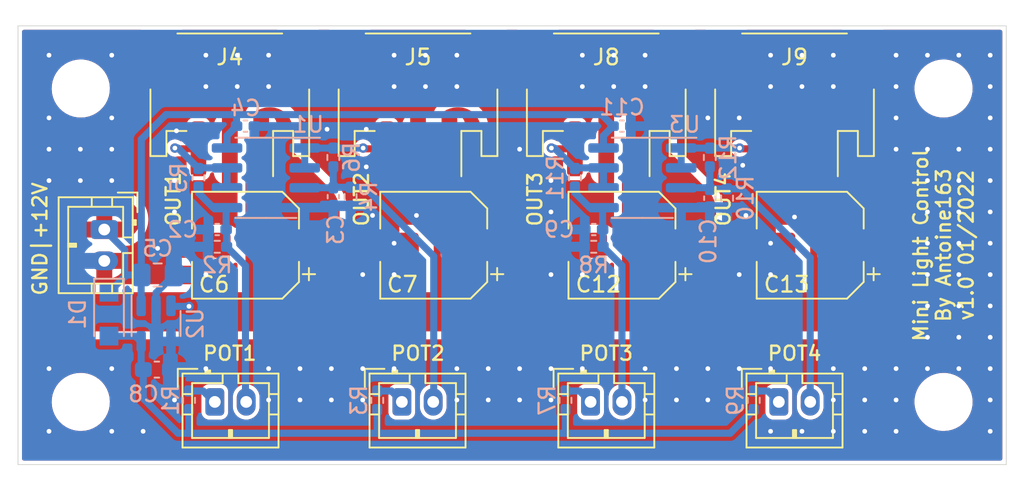
<source format=kicad_pcb>
(kicad_pcb (version 20240108) (generator "pcbnew") (generator_version "8.0")
  (title_block (title "Mini Light Control") (date "2022-01-04") (rev "v1.0") (company "Antoine163"))
  (layers (0 "F.Cu" signal) (31 "B.Cu" signal) (34 "B.Paste" user) (35 "F.Paste" user) (36 "B.SilkS" user "B.Silkscreen") (37 "F.SilkS" user "F.Silkscreen") (38 "B.Mask" user) (39 "F.Mask" user) (44 "Edge.Cuts" user))
  (net 0 "")
  (net 1 "GND")
  (net 2 "Net-(C2-Pad1)")
  (net 3 "Net-(C3-Pad1)")
  (net 4 "Net-(C9-Pad1)")
  (net 5 "Net-(C10-Pad1)")
  (net 6 "+12V")
  (net 7 "Net-(R1-Pad1)")
  (net 8 "Net-(R3-Pad1)")
  (net 9 "Net-(J4-Pad3)")
  (net 10 "Net-(J5-Pad3)")
  (net 11 "Net-(R7-Pad1)")
  (net 12 "Net-(R9-Pad1)")
  (net 13 "Net-(J8-Pad3)")
  (net 14 "Net-(J9-Pad3)")
  (net 15 "+5V")
  (footprint "Capacitor_SMD:CP_Elec_6.3x7.7" (layer "F.Cu") (at 139 49 180)
    (property "Reference" "C12" (at 1.5 -2.5 0) (layer "F.SilkS"))
    (property "Value" "100uF")
    (pad "1" smd roundrect (at -2.7 0 180) (size 3.5 1.6) (layers "F.Cu" "F.Paste" "F.Mask") (roundrect_rratio 0.15625) (net 6 "+12V"))
    (pad "2" smd roundrect (at 2.7 0 180) (size 3.5 1.6) (layers "F.Cu" "F.Paste" "F.Mask") (roundrect_rratio 0.15625) (net 1 "GND") (thermal_bridge_width 1.016))
  )
  (footprint "Capacitor_SMD:CP_Elec_6.3x7.7" (layer "F.Cu") (at 151 49 180)
    (property "Reference" "C13" (at 1.5 -2.5 0) (layer "F.SilkS"))
    (property "Value" "100uF")
    (pad "1" smd roundrect (at -2.7 0 180) (size 3.5 1.6) (layers "F.Cu" "F.Paste" "F.Mask") (roundrect_rratio 0.15625) (net 6 "+12V"))
    (pad "2" smd roundrect (at 2.7 0 180) (size 3.5 1.6) (layers "F.Cu" "F.Paste" "F.Mask") (roundrect_rratio 0.15625) (net 1 "GND") (thermal_bridge_width 1.016))
  )
  (footprint "Connector_JST:JST_PH_B2B-PH-K_1x02_P2.00mm_Vertical" (layer "F.Cu") (at 149 59)
    (property "Reference" "J7" (hide yes))
    (property "Value" "Conn_01x02")
    (pad "1" thru_hole roundrect (at 0 0) (size 1.2 1.75) (drill 0.75) (layers "*.Cu" "*.Mask") (roundrect_rratio 0.2083333333) (net 12 "Net-(R9-Pad1)"))
    (pad "2" thru_hole oval (at 2 0) (size 1.2 1.75) (drill 0.75) (layers "*.Cu" "*.Mask") (net 5 "Net-(C10-Pad1)"))
  )
  (footprint "MountingHole:MountingHole_3.2mm_M3" (layer "F.Cu") (at 159.5 59)
    (property "Reference" "H1" (hide yes))
    (property "Value" "MountingHole")
    (pad "" np_thru_hole circle (at 0 0) (size 3.2 3.2) (drill 3.2) (layers "*.Cu" "*.Mask"))
  )
  (footprint "MountingHole:MountingHole_3.2mm_M3" (layer "F.Cu") (at 159.5 39)
    (property "Reference" "H4" (hide yes))
    (property "Value" "MountingHole")
    (pad "" np_thru_hole circle (at 0 0) (size 3.2 3.2) (drill 3.2) (layers "*.Cu" "*.Mask"))
  )
  (footprint "Connector_JST:JST_PH_B2B-PH-K_1x02_P2.00mm_Vertical" (layer "F.Cu") (at 124.968 59)
    (property "Reference" "J3" (hide yes))
    (property "Value" "Conn_01x02")
    (pad "1" thru_hole roundrect (at 0 0) (size 1.2 1.75) (drill 0.75) (layers "*.Cu" "*.Mask") (roundrect_rratio 0.2083333333) (net 8 "Net-(R3-Pad1)"))
    (pad "2" thru_hole oval (at 2 0) (size 1.2 1.75) (drill 0.75) (layers "*.Cu" "*.Mask") (net 3 "Net-(C3-Pad1)"))
  )
  (footprint "Capacitor_SMD:CP_Elec_6.3x7.7" (layer "F.Cu") (at 127 49 180)
    (property "Reference" "C7" (at 2 -2.5 0) (layer "F.SilkS"))
    (property "Value" "100uF")
    (pad "1" smd roundrect (at -2.7 0 180) (size 3.5 1.6) (layers "F.Cu" "F.Paste" "F.Mask") (roundrect_rratio 0.15625) (net 6 "+12V"))
    (pad "2" smd roundrect (at 2.7 0 180) (size 3.5 1.6) (layers "F.Cu" "F.Paste" "F.Mask") (roundrect_rratio 0.15625) (net 1 "GND") (thermal_bridge_width 1.016))
  )
  (footprint "MountingHole:MountingHole_3.2mm_M3" (layer "F.Cu") (at 104.5 39)
    (property "Reference" "H3" (hide yes))
    (property "Value" "MountingHole")
    (pad "" np_thru_hole circle (at 0 0) (size 3.2 3.2) (drill 3.2) (layers "*.Cu" "*.Mask"))
  )
  (footprint "Connector_JST:JST_PH_S3B-PH-SM4-TB_1x03-1MP_P2.00mm_Horizontal" (layer "F.Cu") (at 114 40 180)
    (property "Reference" "J4" (at 0 3 0) (layer "F.SilkS"))
    (property "Value" "Conn_01x03")
    (pad "1" smd roundrect (at -2 -2.85 180) (size 1 3.5) (layers "F.Cu" "F.Paste" "F.Mask") (net 6 "+12V"))
    (pad "2" smd roundrect (at 0 -2.85 180) (size 1 3.5) (layers "F.Cu" "F.Paste" "F.Mask") (net 1 "GND") (thermal_bridge_width 1.016))
    (pad "3" smd roundrect (at 2 -2.85 180) (size 1 3.5) (layers "F.Cu" "F.Paste" "F.Mask") (net 9 "Net-(J4-Pad3)"))
    (pad "MP" smd roundrect (at -4.35 2.9 180) (size 1.5 3.4) (layers "F.Cu" "F.Paste" "F.Mask") (roundrect_rratio 0.1666673333) (net 1 "GND"))
    (pad "MP" smd roundrect (at 4.35 2.9 180) (size 1.5 3.4) (layers "F.Cu" "F.Paste" "F.Mask") (roundrect_rratio 0.1666673333) (net 1 "GND"))
  )
  (footprint "Connector_JST:JST_PH_B2B-PH-K_1x02_P2.00mm_Vertical" (layer "F.Cu") (at 137 59)
    (property "Reference" "J6" (hide yes))
    (property "Value" "Conn_01x02")
    (pad "1" thru_hole roundrect (at 0 0) (size 1.2 1.75) (drill 0.75) (layers "*.Cu" "*.Mask") (roundrect_rratio 0.2083333333) (net 11 "Net-(R7-Pad1)"))
    (pad "2" thru_hole oval (at 2 0) (size 1.2 1.75) (drill 0.75) (layers "*.Cu" "*.Mask") (net 4 "Net-(C9-Pad1)"))
  )
  (footprint "Connector_JST:JST_PH_B2B-PH-K_1x02_P2.00mm_Vertical" (layer "F.Cu") (at 113.046 59)
    (property "Reference" "J2" (hide yes))
    (property "Value" "Conn_01x02")
    (pad "1" thru_hole roundrect (at 0 0) (size 1.2 1.75) (drill 0.75) (layers "*.Cu" "*.Mask") (roundrect_rratio 0.2083333333) (net 7 "Net-(R1-Pad1)"))
    (pad "2" thru_hole oval (at 2 0) (size 1.2 1.75) (drill 0.75) (layers "*.Cu" "*.Mask") (net 2 "Net-(C2-Pad1)"))
  )
  (footprint "Capacitor_SMD:CP_Elec_6.3x7.7" (layer "F.Cu") (at 115 49 180)
    (property "Reference" "C6" (at 2 -2.5 0) (layer "F.SilkS"))
    (property "Value" "100uF")
    (pad "1" smd roundrect (at -2.7 0 180) (size 3.5 1.6) (layers "F.Cu" "F.Paste" "F.Mask") (roundrect_rratio 0.15625) (net 6 "+12V"))
    (pad "2" smd roundrect (at 2.7 0 180) (size 3.5 1.6) (layers "F.Cu" "F.Paste" "F.Mask") (roundrect_rratio 0.15625) (net 1 "GND") (thermal_bridge_width 1.016))
  )
  (footprint "Connector_JST:JST_PH_S3B-PH-SM4-TB_1x03-1MP_P2.00mm_Horizontal" (layer "F.Cu") (at 138 40 180)
    (property "Reference" "J8" (at 0 3 0) (layer "F.SilkS"))
    (property "Value" "Conn_01x03")
    (pad "1" smd roundrect (at -2 -2.85 180) (size 1 3.5) (layers "F.Cu" "F.Paste" "F.Mask") (net 6 "+12V"))
    (pad "2" smd roundrect (at 0 -2.85 180) (size 1 3.5) (layers "F.Cu" "F.Paste" "F.Mask") (net 1 "GND") (thermal_bridge_width 1.016))
    (pad "3" smd roundrect (at 2 -2.85 180) (size 1 3.5) (layers "F.Cu" "F.Paste" "F.Mask") (net 13 "Net-(J8-Pad3)"))
    (pad "MP" smd roundrect (at -4.35 2.9 180) (size 1.5 3.4) (layers "F.Cu" "F.Paste" "F.Mask") (roundrect_rratio 0.1666673333) (net 1 "GND"))
    (pad "MP" smd roundrect (at 4.35 2.9 180) (size 1.5 3.4) (layers "F.Cu" "F.Paste" "F.Mask") (roundrect_rratio 0.1666673333) (net 1 "GND"))
  )
  (footprint "MountingHole:MountingHole_3.2mm_M3" (layer "F.Cu") (at 104.5 59)
    (property "Reference" "H2" (hide yes))
    (property "Value" "MountingHole")
    (pad "" np_thru_hole circle (at 0 0) (size 3.2 3.2) (drill 3.2) (layers "*.Cu" "*.Mask"))
  )
  (footprint "Connector_JST:JST_PH_B2B-PH-K_1x02_P2.00mm_Vertical" (layer "F.Cu") (at 106 48 -90)
    (property "Reference" "J1" (hide yes))
    (property "Value" "Conn_01x02")
    (pad "1" thru_hole roundrect (at 0 0 270) (size 1.2 1.75) (drill 0.75) (layers "*.Cu" "*.Mask") (roundrect_rratio 0.2083333333) (net 6 "+12V"))
    (pad "2" thru_hole oval (at 2 0 270) (size 1.2 1.75) (drill 0.75) (layers "*.Cu" "*.Mask") (net 1 "GND"))
  )
  (footprint "Connector_JST:JST_PH_S3B-PH-SM4-TB_1x03-1MP_P2.00mm_Horizontal" (layer "F.Cu") (at 150 40 180)
    (property "Reference" "J9" (at 0 3 0) (layer "F.SilkS"))
    (property "Value" "Conn_01x03")
    (pad "1" smd roundrect (at -2 -2.85 180) (size 1 3.5) (layers "F.Cu" "F.Paste" "F.Mask") (net 6 "+12V"))
    (pad "2" smd roundrect (at 0 -2.85 180) (size 1 3.5) (layers "F.Cu" "F.Paste" "F.Mask") (net 1 "GND") (thermal_bridge_width 1.016))
    (pad "3" smd roundrect (at 2 -2.85 180) (size 1 3.5) (layers "F.Cu" "F.Paste" "F.Mask") (net 14 "Net-(J9-Pad3)"))
    (pad "MP" smd roundrect (at -4.35 2.9 180) (size 1.5 3.4) (layers "F.Cu" "F.Paste" "F.Mask") (roundrect_rratio 0.1666673333) (net 1 "GND"))
    (pad "MP" smd roundrect (at 4.35 2.9 180) (size 1.5 3.4) (layers "F.Cu" "F.Paste" "F.Mask") (roundrect_rratio 0.1666673333) (net 1 "GND"))
  )
  (footprint "Connector_JST:JST_PH_S3B-PH-SM4-TB_1x03-1MP_P2.00mm_Horizontal" (layer "F.Cu") (at 126 40 180)
    (property "Reference" "J5" (at 0 3 0) (layer "F.SilkS"))
    (property "Value" "Conn_01x03")
    (pad "1" smd roundrect (at -2 -2.85 180) (size 1 3.5) (layers "F.Cu" "F.Paste" "F.Mask") (net 6 "+12V"))
    (pad "2" smd roundrect (at 0 -2.85 180) (size 1 3.5) (layers "F.Cu" "F.Paste" "F.Mask") (net 1 "GND") (thermal_bridge_width 1.016))
    (pad "3" smd roundrect (at 2 -2.85 180) (size 1 3.5) (layers "F.Cu" "F.Paste" "F.Mask") (net 10 "Net-(J5-Pad3)"))
    (pad "MP" smd roundrect (at -4.35 2.9 180) (size 1.5 3.4) (layers "F.Cu" "F.Paste" "F.Mask") (roundrect_rratio 0.1666673333) (net 1 "GND"))
    (pad "MP" smd roundrect (at 4.35 2.9 180) (size 1.5 3.4) (layers "F.Cu" "F.Paste" "F.Mask") (roundrect_rratio 0.1666673333) (net 1 "GND"))
  )
  (footprint "Package_SO:SOIC-8_3.9x4.9mm_P1.27mm" (layer "B.Cu") (at 140.3 44.7 180)
    (property "Reference" "U3" (at -2.7 3.4 0) (layer "B.SilkS") (effects (justify mirror)))
    (property "Value" "LM2904DT")
    (pad "1" smd roundrect (at -2.475 1.905 180) (size 1.95 0.6) (layers "B.Cu" "B.Paste" "B.Mask") (net 14 "Net-(J9-Pad3)"))
    (pad "2" smd roundrect (at -2.475 0.635 180) (size 1.95 0.6) (layers "B.Cu" "B.Paste" "B.Mask") (net 14 "Net-(J9-Pad3)"))
    (pad "3" smd roundrect (at -2.475 -0.635 180) (size 1.95 0.6) (layers "B.Cu" "B.Paste" "B.Mask") (net 5 "Net-(C10-Pad1)"))
    (pad "4" smd roundrect (at -2.475 -1.905 180) (size 1.95 0.6) (layers "B.Cu" "B.Paste" "B.Mask") (net 1 "GND"))
    (pad "5" smd roundrect (at 2.475 -1.905 180) (size 1.95 0.6) (layers "B.Cu" "B.Paste" "B.Mask") (net 4 "Net-(C9-Pad1)"))
    (pad "6" smd roundrect (at 2.475 -0.635 180) (size 1.95 0.6) (layers "B.Cu" "B.Paste" "B.Mask") (net 13 "Net-(J8-Pad3)"))
    (pad "7" smd roundrect (at 2.475 0.635 180) (size 1.95 0.6) (layers "B.Cu" "B.Paste" "B.Mask") (net 13 "Net-(J8-Pad3)"))
    (pad "8" smd roundrect (at 2.475 1.905 180) (size 1.95 0.6) (layers "B.Cu" "B.Paste" "B.Mask") (net 6 "+12V"))
  )
  (footprint "Resistor_SMD:R_0402_1005Metric_Pad0.72x0.64mm_HandSolder" (layer "B.Cu") (at 121.7 45.9 90)
    (property "Reference" "R4" (at 0 1.17 90) (layer "B.SilkS") (effects (justify mirror)))
    (property "Value" "3K")
    (pad "1" smd roundrect (at -0.5975 0 90) (size 0.715 0.64) (layers "B.Cu" "B.Paste" "B.Mask") (net 1 "GND"))
    (pad "2" smd roundrect (at 0.5975 0 90) (size 0.715 0.64) (layers "B.Cu" "B.Paste" "B.Mask") (net 3 "Net-(C3-Pad1)"))
  )
  (footprint "Resistor_SMD:R_0402_1005Metric_Pad0.72x0.64mm_HandSolder" (layer "B.Cu") (at 111.4 58.9 -90)
    (property "Reference" "R1" (at 0 1.17 90) (layer "B.SilkS") (effects (justify mirror)))
    (property "Value" "3K")
    (pad "1" smd roundrect (at -0.5975 0 270) (size 0.715 0.64) (layers "B.Cu" "B.Paste" "B.Mask") (net 7 "Net-(R1-Pad1)"))
    (pad "2" smd roundrect (at 0.5975 0 270) (size 0.715 0.64) (layers "B.Cu" "B.Paste" "B.Mask") (net 15 "+5V"))
  )
  (footprint "Resistor_SMD:R_0402_1005Metric_Pad0.72x0.64mm_HandSolder" (layer "B.Cu") (at 135.4 58.9 -90)
    (property "Reference" "R7" (at 0 1.17 90) (layer "B.SilkS") (effects (justify mirror)))
    (property "Value" "3K")
    (pad "1" smd roundrect (at -0.5975 0 270) (size 0.715 0.64) (layers "B.Cu" "B.Paste" "B.Mask") (net 11 "Net-(R7-Pad1)"))
    (pad "2" smd roundrect (at 0.5975 0 270) (size 0.715 0.64) (layers "B.Cu" "B.Paste" "B.Mask") (net 15 "+5V"))
  )
  (footprint "Resistor_SMD:R_0402_1005Metric_Pad0.72x0.64mm_HandSolder" (layer "B.Cu") (at 137.2 49.1)
    (property "Reference" "R8" (at 0 1.17 0) (layer "B.SilkS") (effects (justify mirror)))
    (property "Value" "3K")
    (pad "1" smd roundrect (at -0.5975 0) (size 0.715 0.64) (layers "B.Cu" "B.Paste" "B.Mask") (net 1 "GND"))
    (pad "2" smd roundrect (at 0.5975 0) (size 0.715 0.64) (layers "B.Cu" "B.Paste" "B.Mask") (net 4 "Net-(C9-Pad1)"))
  )
  (footprint "Resistor_SMD:R_0402_1005Metric_Pad0.72x0.64mm_HandSolder" (layer "B.Cu") (at 145.7 46 90)
    (property "Reference" "R10" (at 0 1.17 90) (layer "B.SilkS") (effects (justify mirror)))
    (property "Value" "3K")
    (pad "1" smd roundrect (at -0.5975 0 90) (size 0.715 0.64) (layers "B.Cu" "B.Paste" "B.Mask") (net 1 "GND"))
    (pad "2" smd roundrect (at 0.5975 0 90) (size 0.715 0.64) (layers "B.Cu" "B.Paste" "B.Mask") (net 5 "Net-(C10-Pad1)"))
  )
  (footprint "Resistor_SMD:R_0402_1005Metric_Pad0.72x0.64mm_HandSolder" (layer "B.Cu") (at 120.6 43.4 90)
    (property "Reference" "R6" (at 0 1.17 90) (layer "B.SilkS") (effects (justify mirror)))
    (property "Value" "nc")
    (pad "1" smd roundrect (at -0.5975 0 90) (size 0.715 0.64) (layers "B.Cu" "B.Paste" "B.Mask") (net 3 "Net-(C3-Pad1)"))
    (pad "2" smd roundrect (at 0.5975 0 90) (size 0.715 0.64) (layers "B.Cu" "B.Paste" "B.Mask") (net 10 "Net-(J5-Pad3)"))
  )
  (footprint "Capacitor_SMD:C_0402_1005Metric_Pad0.74x0.62mm_HandSolder" (layer "B.Cu") (at 144.6 46 -90)
    (property "Reference" "C10" (at 2.75 0.1 90) (layer "B.SilkS") (effects (justify mirror)))
    (property "Value" "100nF")
    (pad "1" smd roundrect (at -0.5675 0 270) (size 0.735 0.62) (layers "B.Cu" "B.Paste" "B.Mask") (net 5 "Net-(C10-Pad1)"))
    (pad "2" smd roundrect (at 0.5675 0 270) (size 0.735 0.62) (layers "B.Cu" "B.Paste" "B.Mask") (net 1 "GND"))
  )
  (footprint "Capacitor_SMD:C_0402_1005Metric_Pad0.74x0.62mm_HandSolder" (layer "B.Cu") (at 139 41.4)
    (property "Reference" "C11" (at 0 -1.2 0) (layer "B.SilkS") (effects (justify mirror)))
    (property "Value" "100nF")
    (pad "1" smd roundrect (at -0.5675 0) (size 0.735 0.62) (layers "B.Cu" "B.Paste" "B.Mask") (net 6 "+12V"))
    (pad "2" smd roundrect (at 0.5675 0) (size 0.735 0.62) (layers "B.Cu" "B.Paste" "B.Mask") (net 1 "GND"))
  )
  (footprint "Capacitor_SMD:C_0402_1005Metric_Pad0.74x0.62mm_HandSolder" (layer "B.Cu") (at 137.2 48 180)
    (property "Reference" "C9" (at 2.2 0 0) (layer "B.SilkS") (effects (justify mirror)))
    (property "Value" "100nF")
    (pad "1" smd roundrect (at -0.5675 0 180) (size 0.735 0.62) (layers "B.Cu" "B.Paste" "B.Mask") (net 4 "Net-(C9-Pad1)"))
    (pad "2" smd roundrect (at 0.5675 0 180) (size 0.735 0.62) (layers "B.Cu" "B.Paste" "B.Mask") (net 1 "GND"))
  )
  (footprint "Capacitor_SMD:C_0603_1608Metric_Pad1.08x0.95mm_HandSolder" (layer "B.Cu") (at 109.350002 56.937501)
    (property "Reference" "C8" (at -0.850002 1.562499 0) (layer "B.SilkS") (effects (justify mirror)))
    (property "Value" "1uF")
    (pad "1" smd roundrect (at -0.8625 0) (size 1.075 0.95) (layers "B.Cu" "B.Paste" "B.Mask") (net 15 "+5V"))
    (pad "2" smd roundrect (at 0.8625 0) (size 1.075 0.95) (layers "B.Cu" "B.Paste" "B.Mask") (net 1 "GND"))
  )
  (footprint "Capacitor_SMD:C_0402_1005Metric_Pad0.74x0.62mm_HandSolder" (layer "B.Cu") (at 120.6 45.9 -90)
    (property "Reference" "C3" (at 2.1 -0.15 90) (layer "B.SilkS") (effects (justify mirror)))
    (property "Value" "100nF")
    (pad "1" smd roundrect (at -0.5675 0 270) (size 0.735 0.62) (layers "B.Cu" "B.Paste" "B.Mask") (net 3 "Net-(C3-Pad1)"))
    (pad "2" smd roundrect (at 0.5675 0 270) (size 0.735 0.62) (layers "B.Cu" "B.Paste" "B.Mask") (net 1 "GND"))
  )
  (footprint "Resistor_SMD:R_0402_1005Metric_Pad0.72x0.64mm_HandSolder" (layer "B.Cu") (at 136 44.7 90)
    (property "Reference" "R11" (at 0 -1.25 90) (layer "B.SilkS") (effects (justify mirror)))
    (property "Value" "nc")
    (pad "1" smd roundrect (at -0.5975 0 90) (size 0.715 0.64) (layers "B.Cu" "B.Paste" "B.Mask") (net 4 "Net-(C9-Pad1)"))
    (pad "2" smd roundrect (at 0.5975 0 90) (size 0.715 0.64) (layers "B.Cu" "B.Paste" "B.Mask") (net 13 "Net-(J8-Pad3)"))
  )
  (footprint "Capacitor_SMD:C_0402_1005Metric_Pad0.74x0.62mm_HandSolder" (layer "B.Cu") (at 115 41.4)
    (property "Reference" "C4" (at 0 -1.15 0) (layer "B.SilkS") (effects (justify mirror)))
    (property "Value" "100nF")
    (pad "1" smd roundrect (at -0.5675 0) (size 0.735 0.62) (layers "B.Cu" "B.Paste" "B.Mask") (net 6 "+12V"))
    (pad "2" smd roundrect (at 0.5675 0) (size 0.735 0.62) (layers "B.Cu" "B.Paste" "B.Mask") (net 1 "GND"))
  )
  (footprint "Package_SO:SOIC-8_3.9x4.9mm_P1.27mm" (layer "B.Cu") (at 116.3 44.7 180)
    (property "Reference" "U1" (at -2.7 3.4 0) (layer "B.SilkS") (effects (justify mirror)))
    (property "Value" "LM2904DT")
    (pad "1" smd roundrect (at -2.475 1.905 180) (size 1.95 0.6) (layers "B.Cu" "B.Paste" "B.Mask") (net 10 "Net-(J5-Pad3)"))
    (pad "2" smd roundrect (at -2.475 0.635 180) (size 1.95 0.6) (layers "B.Cu" "B.Paste" "B.Mask") (net 10 "Net-(J5-Pad3)"))
    (pad "3" smd roundrect (at -2.475 -0.635 180) (size 1.95 0.6) (layers "B.Cu" "B.Paste" "B.Mask") (net 3 "Net-(C3-Pad1)"))
    (pad "4" smd roundrect (at -2.475 -1.905 180) (size 1.95 0.6) (layers "B.Cu" "B.Paste" "B.Mask") (net 1 "GND"))
    (pad "5" smd roundrect (at 2.475 -1.905 180) (size 1.95 0.6) (layers "B.Cu" "B.Paste" "B.Mask") (net 2 "Net-(C2-Pad1)"))
    (pad "6" smd roundrect (at 2.475 -0.635 180) (size 1.95 0.6) (layers "B.Cu" "B.Paste" "B.Mask") (net 9 "Net-(J4-Pad3)"))
    (pad "7" smd roundrect (at 2.475 0.635 180) (size 1.95 0.6) (layers "B.Cu" "B.Paste" "B.Mask") (net 9 "Net-(J4-Pad3)"))
    (pad "8" smd roundrect (at 2.475 1.905 180) (size 1.95 0.6) (layers "B.Cu" "B.Paste" "B.Mask") (net 6 "+12V"))
  )
  (footprint "Resistor_SMD:R_0402_1005Metric_Pad0.72x0.64mm_HandSolder" (layer "B.Cu") (at 144.6 43.4 90)
    (property "Reference" "R12" (at 0 1.17 90) (layer "B.SilkS") (effects (justify mirror)))
    (property "Value" "nc")
    (pad "1" smd roundrect (at -0.5975 0 90) (size 0.715 0.64) (layers "B.Cu" "B.Paste" "B.Mask") (net 5 "Net-(C10-Pad1)"))
    (pad "2" smd roundrect (at 0.5975 0 90) (size 0.715 0.64) (layers "B.Cu" "B.Paste" "B.Mask") (net 14 "Net-(J9-Pad3)"))
  )
  (footprint "Resistor_SMD:R_0402_1005Metric_Pad0.72x0.64mm_HandSolder" (layer "B.Cu") (at 113.2 49.1)
    (property "Reference" "R2" (at 0 1.17 0) (layer "B.SilkS") (effects (justify mirror)))
    (property "Value" "3K")
    (pad "1" smd roundrect (at -0.5975 0) (size 0.715 0.64) (layers "B.Cu" "B.Paste" "B.Mask") (net 1 "GND"))
    (pad "2" smd roundrect (at 0.5975 0) (size 0.715 0.64) (layers "B.Cu" "B.Paste" "B.Mask") (net 2 "Net-(C2-Pad1)"))
  )
  (footprint "Resistor_SMD:R_0402_1005Metric_Pad0.72x0.64mm_HandSolder" (layer "B.Cu") (at 123.4 58.9 -90)
    (property "Reference" "R3" (at 0 1.17 90) (layer "B.SilkS") (effects (justify mirror)))
    (property "Value" "3K")
    (pad "1" smd roundrect (at -0.5975 0 270) (size 0.715 0.64) (layers "B.Cu" "B.Paste" "B.Mask") (net 8 "Net-(R3-Pad1)"))
    (pad "2" smd roundrect (at 0.5975 0 270) (size 0.715 0.64) (layers "B.Cu" "B.Paste" "B.Mask") (net 15 "+5V"))
  )
  (footprint "Resistor_SMD:R_0402_1005Metric_Pad0.72x0.64mm_HandSolder" (layer "B.Cu") (at 147.4 58.9 -90)
    (property "Reference" "R9" (at 0 1.17 90) (layer "B.SilkS") (effects (justify mirror)))
    (property "Value" "3K")
    (pad "1" smd roundrect (at -0.5975 0 270) (size 0.715 0.64) (layers "B.Cu" "B.Paste" "B.Mask") (net 12 "Net-(R9-Pad1)"))
    (pad "2" smd roundrect (at 0.5975 0 270) (size 0.715 0.64) (layers "B.Cu" "B.Paste" "B.Mask") (net 15 "+5V"))
  )
  (footprint "Package_TO_SOT_SMD:SOT-23-5" (layer "B.Cu") (at 109.3 54 -90)
    (property "Reference" "U2" (at 0 -2.5 90) (layer "B.SilkS") (effects (justify mirror)))
    (property "Value" "LDK320M50R")
    (pad "1" smd roundrect (at -1.1375 0.95 270) (size 1.325 0.6) (layers "B.Cu" "B.Paste" "B.Mask") (net 6 "+12V"))
    (pad "2" smd roundrect (at -1.1375 0 270) (size 1.325 0.6) (layers "B.Cu" "B.Paste" "B.Mask") (net 1 "GND"))
    (pad "3" smd roundrect (at -1.1375 -0.95 270) (size 1.325 0.6) (layers "B.Cu" "B.Paste" "B.Mask") (net 6 "+12V"))
    (pad "4" smd roundrect (at 1.1375 -0.95 270) (size 1.325 0.6) (layers "B.Cu" "B.Paste" "B.Mask") (net 1 "GND") (thermal_gap 0.2))
    (pad "5" smd roundrect (at 1.1375 0.95 270) (size 1.325 0.6) (layers "B.Cu" "B.Paste" "B.Mask") (net 15 "+5V"))
  )
  (footprint "Capacitor_SMD:C_0402_1005Metric_Pad0.74x0.62mm_HandSolder" (layer "B.Cu") (at 113.2 48 180)
    (property "Reference" "C2" (at 2.2 0 0) (layer "B.SilkS") (effects (justify mirror)))
    (property "Value" "100nF")
    (pad "1" smd roundrect (at -0.5675 0 180) (size 0.735 0.62) (layers "B.Cu" "B.Paste" "B.Mask") (net 2 "Net-(C2-Pad1)"))
    (pad "2" smd roundrect (at 0.5675 0 180) (size 0.735 0.62) (layers "B.Cu" "B.Paste" "B.Mask") (net 1 "GND"))
  )
  (footprint "Capacitor_SMD:C_0805_2012Metric_Pad1.18x1.45mm_HandSolder" (layer "B.Cu") (at 109.4 50.9)
    (property "Reference" "C5" (at 0 -1.687501 0) (layer "B.SilkS") (effects (justify mirror)))
    (property "Value" "10uF")
    (pad "1" smd roundrect (at -1.0375 0) (size 1.175 1.45) (layers "B.Cu" "B.Paste" "B.Mask") (roundrect_rratio 0.2127659574) (net 6 "+12V"))
    (pad "2" smd roundrect (at 1.0375 0) (size 1.175 1.45) (layers "B.Cu" "B.Paste" "B.Mask") (roundrect_rratio 0.2127659574) (net 1 "GND"))
  )
  (footprint "Diode_SMD:Nexperia_CFP3_SOD-123W" (layer "B.Cu") (at 106.3 53.4 -90)
    (property "Reference" "D1" (at 0 2 90) (layer "B.SilkS") (effects (justify mirror)))
    (property "Value" "PMEG40T10ERX")
    (pad "1" smd rect (at -1.4 0 270) (size 1.2 1.2) (layers "B.Cu" "B.Paste" "B.Mask") (net 6 "+12V"))
    (pad "2" smd rect (at 1.4 0 270) (size 1.2 1.2) (layers "B.Cu" "B.Paste" "B.Mask") (net 15 "+5V"))
  )
  (footprint "Resistor_SMD:R_0402_1005Metric_Pad0.72x0.64mm_HandSolder" (layer "B.Cu") (at 112 44.7 90)
    (property "Reference" "R5" (at 0 -1.25 90) (layer "B.SilkS") (effects (justify mirror)))
    (property "Value" "nc")
    (pad "1" smd roundrect (at -0.5975 0 90) (size 0.715 0.64) (layers "B.Cu" "B.Paste" "B.Mask") (net 2 "Net-(C2-Pad1)"))
    (pad "2" smd roundrect (at 0.5975 0 90) (size 0.715 0.64) (layers "B.Cu" "B.Paste" "B.Mask") (net 9 "Net-(J4-Pad3)"))
  )
  (gr_line (start 163.5 35) (end 163.5 63) (stroke (width 0.05)) (layer "Edge.Cuts"))
  (gr_line (start 163.5 63) (end 100.5 63) (stroke (width 0.05)) (layer "Edge.Cuts"))
  (gr_line (start 100.5 35) (end 163.5 35) (stroke (width 0.05)) (layer "Edge.Cuts"))
  (gr_line (start 100.5 63) (end 100.5 35) (stroke (width 0.05)) (layer "Edge.Cuts"))
  (gr_text "POT1" (at 114 55.9 0) (layer "F.SilkS") (effects (font (size 0.9 0.9) (thickness 0.153))))
  (gr_text "OUT2" (at 122.4 44.25 90) (layer "F.SilkS") (effects (font (size 0.9 0.9) (thickness 0.153)) (justify right)))
  (gr_text "GND|+12V" (at 101.9 48.6 90) (layer "F.SilkS") (effects (font (size 0.9 0.9) (thickness 0.153))))
  (gr_text "POT3" (at 138 55.9 0) (layer "F.SilkS") (effects (font (size 0.9 0.9) (thickness 0.153))))
  (gr_text "POT2" (at 126 55.9 0) (layer "F.SilkS") (effects (font (size 0.9 0.9) (thickness 0.153))))
  (gr_text "OUT4" (at 145.45 44.25 90) (layer "F.SilkS") (effects (font (size 0.9 0.9) (thickness 0.153)) (justify right)))
  (gr_text "POT4" (at 150 55.9 0) (layer "F.SilkS") (effects (font (size 0.9 0.9) (thickness 0.153))))
  (gr_text "OUT3" (at 133.45 44.25 90) (layer "F.SilkS") (effects (font (size 0.9 0.9) (thickness 0.153)) (justify right)))
  (gr_text "Mini Light Control\nBy Antoine163\nv1.0 01/2022" (at 159.5 49 90) (layer "F.SilkS") (effects (font (size 0.9 0.9) (thickness 0.153))))
  (gr_text "OUT1" (at 110.4 44.25 90) (layer "F.SilkS") (effects (font (size 0.9 0.9) (thickness 0.153)) (justify right)))
  (via (at 106.475 40.875) (size 0.6) (drill 0.3) (layers "F.Cu" "B.Cu") (net 1))
  (via (at 116.475 36.875) (size 0.6) (drill 0.3) (layers "F.Cu" "B.Cu") (net 1))
  (via (at 136.475 36.875) (size 0.6) (drill 0.3) (layers "F.Cu" "B.Cu") (net 1))
  (via (at 136.475 50.875) (size 0.6) (drill 0.3) (layers "F.Cu" "B.Cu") (net 1))
  (via (at 146.475 56.875) (size 0.6) (drill 0.3) (layers "F.Cu" "B.Cu") (net 1))
  (via (at 122.475 50.875) (size 0.6) (drill 0.3) (layers "F.Cu" "B.Cu") (net 1))
  (via (at 102.475 44.875) (size 0.6) (drill 0.3) (layers "F.Cu" "B.Cu") (net 1))
  (via (at 140.475 56.875) (size 0.6) (drill 0.3) (layers "F.Cu" "B.Cu") (net 1))
  (via (at 122.475 56.875) (size 0.6) (drill 0.3) (layers "F.Cu" "B.Cu") (net 1))
  (via (at 125.9 47.1) (size 0.6) (drill 0.3) (layers "F.Cu" "B.Cu") (net 1))
  (via (at 128.475 56.875) (size 0.6) (drill 0.3) (layers "F.Cu" "B.Cu") (net 1))
  (via (at 116.475 56.875) (size 0.6) (drill 0.3) (layers "F.Cu" "B.Cu") (net 1))
  (via (at 114.475 38.875) (size 0.6) (drill 0.3) (layers "F.Cu" "B.Cu") (net 1))
  (via (at 108.475 60.875) (size 0.6) (drill 0.3) (layers "F.Cu" "B.Cu") (net 1))
  (via (at 132.475 56.875) (size 0.6) (drill 0.3) (layers "F.Cu" "B.Cu") (net 1))
  (via (at 109.4 49.2) (size 0.6) (drill 0.3) (layers "F.Cu" "B.Cu") (net 1))
  (via (at 160.475 56.875) (size 0.6) (drill 0.3) (layers "F.Cu" "B.Cu") (net 1))
  (via (at 162.475 36.875) (size 0.6) (drill 0.3) (layers "F.Cu" "B.Cu") (net 1))
  (via (at 102.475 56.875) (size 0.6) (drill 0.3) (layers "F.Cu" "B.Cu") (net 1))
  (via (at 160.475 54.875) (size 0.6) (drill 0.3) (layers "F.Cu" "B.Cu") (net 1))
  (via (at 132.475 58.875) (size 0.6) (drill 0.3) (layers "F.Cu" "B.Cu") (net 1))
  (via (at 124.475 56.875) (size 0.6) (drill 0.3) (layers "F.Cu" "B.Cu") (net 1))
  (via (at 128.475 58.875) (size 0.6) (drill 0.3) (layers "F.Cu" "B.Cu") (net 1))
  (via (at 102.475 60.875) (size 0.6) (drill 0.3) (layers "F.Cu" "B.Cu") (net 1))
  (via (at 130.475 56.875) (size 0.6) (drill 0.3) (layers "F.Cu" "B.Cu") (net 1))
  (via (at 162.475 58.875) (size 0.6) (drill 0.3) (layers "F.Cu" "B.Cu") (net 1))
  (via (at 110.475 44.875) (size 0.6) (drill 0.3) (layers "F.Cu" "B.Cu") (net 1))
  (via (at 148.475 36.875) (size 0.6) (drill 0.3) (layers "F.Cu" "B.Cu") (net 1))
  (via (at 106.475 42.875) (size 0.6) (drill 0.3) (layers "F.Cu" "B.Cu") (net 1))
  (via (at 104.475 42.875) (size 0.6) (drill 0.3) (layers "F.Cu" "B.Cu") (net 1))
  (via (at 148.475 38.875) (size 0.6) (drill 0.3) (layers "F.Cu" "B.Cu") (net 1))
  (via (at 162.475 48.875) (size 0.6) (drill 0.3) (layers "F.Cu" "B.Cu") (net 1))
  (via (at 152.475 58.875) (size 0.6) (drill 0.3) (layers "F.Cu" "B.Cu") (net 1))
  (via (at 162.475 38.875) (size 0.6) (drill 0.3) (layers "F.Cu" "B.Cu") (net 1))
  (via (at 156.475 42.875) (size 0.6) (drill 0.3) (layers "F.Cu" "B.Cu") (net 1))
  (via (at 112.475 56.875) (size 0.6) (drill 0.3) (layers "F.Cu" "B.Cu") (net 1))
  (via (at 160.475 52.875) (size 0.6) (drill 0.3) (layers "F.Cu" "B.Cu") (net 1))
  (via (at 102.475 40.875) (size 0.6) (drill 0.3) (layers "F.Cu" "B.Cu") (net 1))
  (via (at 156.475 56.875) (size 0.6) (drill 0.3) (layers "F.Cu" "B.Cu") (net 1))
  (via (at 156.475 38.875) (size 0.6) (drill 0.3) (layers "F.Cu" "B.Cu") (net 1))
  (via (at 122.7 41.6) (size 0.6) (drill 0.3) (layers "F.Cu" "B.Cu") (net 1))
  (via (at 162.475 46.875) (size 0.6) (drill 0.3) (layers "F.Cu" "B.Cu") (net 1))
  (via (at 162.475 54.875) (size 0.6) (drill 0.3) (layers "F.Cu" "B.Cu") (net 1))
  (via (at 126.475 38.875) (size 0.6) (drill 0.3) (layers "F.Cu" "B.Cu") (net 1))
  (via (at 140.475 58.875) (size 0.6) (drill 0.3) (layers "F.Cu" "B.Cu") (net 1))
  (via (at 158.475 48.875) (size 0.6) (drill 0.3) (layers "F.Cu" "B.Cu") (net 1))
  (via (at 148.475 50.875) (size 0.6) (drill 0.3) (layers "F.Cu" "B.Cu") (net 1))
  (via (at 134.475 56.875) (size 0.6) (drill 0.3) (layers "F.Cu" "B.Cu") (net 1))
  (via (at 130.475 58.875) (size 0.6) (drill 0.3) (layers "F.Cu" "B.Cu") (net 1))
  (via (at 160.475 50.875) (size 0.6) (drill 0.3) (layers "F.Cu" "B.Cu") (net 1))
  (via (at 152.475 38.875) (size 0.6) (drill 0.3) (layers "F.Cu" "B.Cu") (net 1))
  (via (at 162.475 40.875) (size 0.6) (drill 0.3) (layers "F.Cu" "B.Cu") (net 1))
  (via (at 142.475 58.875) (size 0.6) (drill 0.3) (layers "F.Cu" "B.Cu") (net 1))
  (via (at 158.475 46.875) (size 0.6) (drill 0.3) (layers "F.Cu" "B.Cu") (net 1))
  (via (at 120.2 41.6) (size 0.6) (drill 0.3) (layers "F.Cu" "B.Cu") (net 1))
  (via (at 162.475 56.875) (size 0.6) (drill 0.3) (layers "F.Cu" "B.Cu") (net 1))
  (via (at 122.475 58.875) (size 0.6) (drill 0.3) (layers "F.Cu" "B.Cu") (net 1))
  (via (at 154.475 60.875) (size 0.6) (drill 0.3) (layers "F.Cu" "B.Cu") (net 1))
  (via (at 150 47.2) (size 0.6) (drill 0.3) (layers "F.Cu" "B.Cu") (net 1))
  (via (at 162.475 60.875) (size 0.6) (drill 0.3) (layers "F.Cu" "B.Cu") (net 1))
  (via (at 106.475 56.875) (size 0.6) (drill 0.3) (layers "F.Cu" "B.Cu") (net 1))
  (via (at 140.475 38.875) (size 0.6) (drill 0.3) (layers "F.Cu" "B.Cu") (net 1))
  (via (at 136.475 56.875) (size 0.6) (drill 0.3) (layers "F.Cu" "B.Cu") (net 1))
  (via (at 112.475 36.875) (size 0.6) (drill 0.3) (layers "F.Cu" "B.Cu") (net 1))
  (via (at 112.475 38.875) (size 0.6) (drill 0.3) (layers "F.Cu" "B.Cu") (net 1))
  (via (at 146.475 50.875) (size 0.6) (drill 0.3) (layers "F.Cu" "B.Cu") (net 1))
  (via (at 146.7 43.9) (size 0.6) (drill 0.3) (layers "F.Cu" "B.Cu") (net 1))
  (via (at 158.475 42.875) (size 0.6) (drill 0.3) (layers "F.Cu" "B.Cu") (net 1))
  (via (at 158.475 56.875) (size 0.6) (drill 0.3) (layers "F.Cu" "B.Cu") (net 1))
  (via (at 160.475 46.875) (size 0.6) (drill 0.3) (layers "F.Cu" "B.Cu") (net 1))
  (via (at 124.475 48.875) (size 0.6) (drill 0.3) (layers "F.Cu" "B.Cu") (net 1))
  (via (at 140.475 36.875) (size 0.6) (drill 0.3) (layers "F.Cu" "B.Cu") (net 1))
  (via (at 154.475 58.875) (size 0.6) (drill 0.3) (layers "F.Cu" "B.Cu") (net 1))
  (via (at 138.475 38.875) (size 0.6) (drill 0.3) (layers "F.Cu" "B.Cu") (net 1))
  (via (at 120.475 58.875) (size 0.6) (drill 0.3) (layers "F.Cu" "B.Cu") (net 1))
  (via (at 152.475 56.875) (size 0.6) (drill 0.3) (layers "F.Cu" "B.Cu") (net 1))
  (via (at 116.475 58.875) (size 0.6) (drill 0.3) (layers "F.Cu" "B.Cu") (net 1))
  (via (at 123.1 47.1) (size 0.6) (drill 0.3) (layers "F.Cu" "B.Cu") (net 1))
  (via (at 120.475 56.875) (size 0.6) (drill 0.3) (layers "F.Cu" "B.Cu") (net 1))
  (via (at 110.6 41.7) (size 0.6) (drill 0.3) (layers "F.Cu" "B.Cu") (net 1))
  (via (at 124.475 38.875) (size 0.6) (drill 0.3) (layers "F.Cu" "B.Cu") (net 1))
  (via (at 118.475 56.875) (size 0.6) (drill 0.3) (layers "F.Cu" "B.Cu") (net 1))
  (via (at 138.475 36.875) (size 0.6) (drill 0.3) (layers "F.Cu" "B.Cu") (net 1))
  (via (at 124.475 36.875) (size 0.6) (drill 0.3) (layers "F.Cu" "B.Cu") (net 1))
  (via (at 150.475 60.875) (size 0.6) (drill 0.3) (layers "F.Cu" "B.Cu") (net 1))
  (via (at 144.475 56.875) (size 0.6) (drill 0.3) (layers "F.Cu" "B.Cu") (net 1))
  (via (at 106.475 60.875) (size 0.6) (drill 0.3) (layers "F.Cu" "B.Cu") (net 1))
  (via (at 128.475 36.875) (size 0.6) (drill 0.3) (layers "F.Cu" "B.Cu") (net 1))
  (via (at 156.475 60.875) (size 0.6) (drill 0.3) (layers "F.Cu" "B.Cu") (net 1))
  (via (at 110.475 46.875) (size 0.6) (drill 0.3) (layers "F.Cu" "B.Cu") (net 1))
  (via (at 148.475 56.875) (size 0.6) (drill 0.3) (layers "F.Cu" "B.Cu") (net 1))
  (via (at 162.475 52.875) (size 0.6) (drill 0.3) (layers "F.Cu" "B.Cu") (net 1))
  (via (at 116.475 38.875) (size 0.6) (drill 0.3) (layers "F.Cu" "B.Cu") (net 1))
  (via (at 134.475 50.875) (size 0.6) (drill 0.3) (layers "F.Cu" "B.Cu") (net 1))
  (via (at 144.475 58.875) (size 0.6) (drill 0.3) (layers "F.Cu" "B.Cu") (net 1))
  (via (at 114.475 36.875) (size 0.6) (drill 0.3) (layers "F.Cu" "B.Cu") (net 1))
  (via (at 118.475 58.875) (size 0.6) (drill 0.3) (layers "F.Cu" "B.Cu") (net 1))
  (via (at 160.475 44.875) (size 0.6) (drill 0.3) (layers "F.Cu" "B.Cu") (net 1))
  (via (at 122.7 44) (size 0.6) (drill 0.3) (layers "F.Cu" "B.Cu") (net 1))
  (via (at 162.475 42.875) (size 0.6) (drill 0.3) (layers "F.Cu" "B.Cu") (net 1))
  (via (at 112.475 50.875) (size 0.6) (drill 0.3) (layers "F.Cu" "B.Cu") (net 1))
  (via (at 102.475 36.875) (size 0.6) (drill 0.3) (layers "F.Cu" "B.Cu") (net 1))
  (via (at 160.475 48.875) (size 0.6) (drill 0.3) (layers "F.Cu" "B.Cu") (net 1))
  (via (at 146.475 40.875) (size 0.6) (drill 0.3) (layers "F.Cu" "B.Cu") (net 1))
  (via (at 128.475 38.875) (size 0.6) (drill 0.3) (layers "F.Cu" "B.Cu") (net 1))
  (via (at 104.475 44.875) (size 0.6) (drill 0.3) (layers "F.Cu" "B.Cu") (net 1))
  (via (at 110.475 58.875) (size 0.6) (drill 0.3) (layers "F.Cu" "B.Cu") (net 1))
  (via (at 134.475 44.875) (size 0.6) (drill 0.3) (layers "F.Cu" "B.Cu") (net 1))
  (via (at 152.475 36.875) (size 0.6) (drill 0.3) (layers "F.Cu" "B.Cu") (net 1))
  (via (at 136.475 38.875) (size 0.6) (drill 0.3) (layers "F.Cu" "B.Cu") (net 1))
  (via (at 160.475 42.875) (size 0.6) (drill 0.3) (layers "F.Cu" "B.Cu") (net 1))
  (via (at 148.475 48.875) (size 0.6) (drill 0.3) (layers "F.Cu" "B.Cu") (net 1))
  (via (at 158.475 52.875) (size 0.6) (drill 0.3) (layers "F.Cu" "B.Cu") (net 1))
  (via (at 106.475 36.875) (size 0.6) (drill 0.3) (layers "F.Cu" "B.Cu") (net 1))
  (via (at 162.475 50.875) (size 0.6) (drill 0.3) (layers "F.Cu" "B.Cu") (net 1))
  (via (at 134.475 46.875) (size 0.6) (drill 0.3) (layers "F.Cu" "B.Cu") (net 1))
  (via (at 124.475 50.875) (size 0.6) (drill 0.3) (layers "F.Cu" "B.Cu") (net 1))
  (via (at 158.475 44.875) (size 0.6) (drill 0.3) (layers "F.Cu" "B.Cu") (net 1))
  (via (at 102.475 42.875) (size 0.6) (drill 0.3) (layers "F.Cu" "B.Cu") (net 1))
  (via (at 146.9 47.1) (size 0.6) (drill 0.3) (layers "F.Cu" "B.Cu") (net 1))
  (via (at 148.475 60.875) (size 0.6) (drill 0.3) (layers "F.Cu" "B.Cu") (net 1))
  (via (at 156.475 58.875) (size 0.6) (drill 0.3) (layers "F.Cu" "B.Cu") (net 1))
  (via (at 144.475 40.875) (size 0.6) (drill 0.3) (layers "F.Cu" "B.Cu") (net 1))
  (via (at 142.475 56.875) (size 0.6) (drill 0.3) (layers "F.Cu" "B.Cu") (net 1))
  (via (at 106.475 44.875) (size 0.6) (drill 0.3) (layers "F.Cu" "B.Cu") (net 1))
  (via (at 132.475 42.875) (size 0.6) (drill 0.3) (layers "F.Cu" "B.Cu") (net 1))
  (via (at 158.475 54.875) (size 0.6) (drill 0.3) (layers "F.Cu" "B.Cu") (net 1))
  (via (at 160.475 36.875) (size 0.6) (drill 0.3) (layers "F.Cu" "B.Cu") (net 1))
  (via (at 162.475 44.875) (size 0.6) (drill 0.3) (layers "F.Cu" "B.Cu") (net 1))
  (via (at 156.475 40.875) (size 0.6) (drill 0.3) (layers "F.Cu" "B.Cu") (net 1))
  (via (at 134.475 58.875) (size 0.6) (drill 0.3) (layers "F.Cu" "B.Cu") (net 1))
  (via (at 150.475 38.875) (size 0.6) (drill 0.3) (layers "F.Cu" "B.Cu") (net 1))
  (via (at 158.475 50.875) (size 0.6) (drill 0.3) (layers "F.Cu" "B.Cu") (net 1))
  (via (at 154.475 56.875) (size 0.6) (drill 0.3) (layers "F.Cu" "B.Cu") (net 1))
  (via (at 152.475 60.875) (size 0.6) (drill 0.3) (layers "F.Cu" "B.Cu") (net 1))
  (via (at 126.475 36.875) (size 0.6) (drill 0.3) (layers "F.Cu" "B.Cu") (net 1))
  (via (at 150.475 36.875) (size 0.6) (drill 0.3) (layers "F.Cu" "B.Cu") (net 1))
  (via (at 156.475 36.875) (size 0.6) (drill 0.3) (layers "F.Cu" "B.Cu") (net 1))
  (via (at 158.475 36.875) (size 0.6) (drill 0.3) (layers "F.Cu" "B.Cu") (net 1))
  (segment (start 109.3 52.9) (end 109.3 52.0375) (width 0.45) (layer "B.Cu") (net 1))
  (segment (start 109.3 52.0375) (end 110.4375 50.9) (width 0.45) (layer "B.Cu") (net 1))
  (segment (start 113.7675 48) (end 113.7675 46.6625) (width 0.45) (layer "B.Cu") (net 2))
  (segment (start 112 45.2975) (end 112 45.654999) (width 0.45) (layer "B.Cu") (net 2))
  (segment (start 112.950001 46.605) (end 113.825 46.605) (width 0.45) (layer "B.Cu") (net 2))
  (segment (start 115 50.3025) (end 113.7975 49.1) (width 0.45) (layer "B.Cu") (net 2))
  (segment (start 115 59) (end 115 50.3025) (width 0.45) (layer "B.Cu") (net 2))
  (segment (start 112 45.654999) (end 112.950001 46.605) (width 0.45) (layer "B.Cu") (net 2))
  (segment (start 113.7975 49.1) (end 113.7975 48.03) (width 0.45) (layer "B.Cu") (net 2))
  (segment (start 122.5975 45.3025) (end 121.7 45.3025) (width 0.45) (layer "B.Cu") (net 3))
  (segment (start 120.6 43.9975) (end 120.6 45.3325) (width 0.45) (layer "B.Cu") (net 3))
  (segment (start 122.6 45.3) (end 122.5975 45.3025) (width 0.45) (layer "B.Cu") (net 3))
  (segment (start 127 49.7) (end 122.6 45.3) (width 0.45) (layer "B.Cu") (net 3))
  (segment (start 121.7 45.3025) (end 120.63 45.3025) (width 0.45) (layer "B.Cu") (net 3))
  (segment (start 127 59) (end 127 49.7) (width 0.45) (layer "B.Cu") (net 3))
  (segment (start 118.775 45.335) (end 120.5975 45.335) (width 0.45) (layer "B.Cu") (net 3))
  (segment (start 136 45.2975) (end 136 45.654999) (width 0.45) (layer "B.Cu") (net 4))
  (segment (start 137.7975 49.1) (end 137.7975 48.03) (width 0.45) (layer "B.Cu") (net 4))
  (segment (start 137.7675 48) (end 137.7675 46.6625) (width 0.45) (layer "B.Cu") (net 4))
  (segment (start 139 50.3025) (end 137.7975 49.1) (width 0.45) (layer "B.Cu") (net 4))
  (segment (start 136.950001 46.605) (end 137.825 46.605) (width 0.45) (layer "B.Cu") (net 4))
  (segment (start 136 45.654999) (end 136.950001 46.605) (width 0.45) (layer "B.Cu") (net 4))
  (segment (start 139 59) (end 139 50.3025) (width 0.45) (layer "B.Cu") (net 4))
  (segment (start 145.7 45.4025) (end 144.63 45.4025) (width 0.45) (layer "B.Cu") (net 5))
  (segment (start 144.5025 45.335) (end 144.6 45.4325) (width 0.45) (layer "B.Cu") (net 5))
  (segment (start 146.6 45.4) (end 146.5975 45.4025) (width 0.45) (layer "B.Cu") (net 5))
  (segment (start 151 59) (end 151 49.8) (width 0.45) (layer "B.Cu") (net 5))
  (segment (start 142.775 45.335) (end 144.5025 45.335) (width 0.45) (layer "B.Cu") (net 5))
  (segment (start 151 49.8) (end 146.6 45.4) (width 0.45) (layer "B.Cu") (net 5))
  (segment (start 144.6 43.9975) (end 144.6 45.4325) (width 0.45) (layer "B.Cu") (net 5))
  (segment (start 146.5975 45.4025) (end 145.7 45.4025) (width 0.45) (layer "B.Cu") (net 5))
  (via (at 111.4 52.9) (size 0.6) (drill 0.3) (layers "F.Cu" "B.Cu") (net 6))
  (segment (start 137.825 42.795) (end 137.825 42.0075) (width 0.45) (layer "B.Cu") (net 6))
  (segment (start 114.46548 40.66548) (end 109.93452 40.66548) (width 0.45) (layer "B.Cu") (net 6))
  (segment (start 106 48) (end 107.29952 49.29952) (width 0.45) (layer "B.Cu") (net 6))
  (segment (start 114.4325 41.4) (end 114.4325 40.69846) (width 0.45) (layer "B.Cu") (net 6))
  (segment (start 108.3625 47.9625) (end 108.3625 50.9) (width 0.45) (layer "B.Cu") (net 6))
  (segment (start 107.4 50.9) (end 107.29952 51.00048) (width 0.45) (layer "B.Cu") (net 6))
  (segment (start 107.29952 49.29952) (end 107.29952 51.00048) (width 0.45) (layer "B.Cu") (net 6))
  (segment (start 137.69798 40.66548) (end 114.46548 40.66548) (width 0.45) (layer "B.Cu") (net 6))
  (segment (start 108.3625 42.2375) (end 108.3625 47.9625) (width 0.45) (layer "B.Cu") (net 6))
  (segment (start 137.825 42.0075) (end 138.4325 41.4) (width 0.45) (layer "B.Cu") (net 6))
  (segment (start 108.35 50.9125) (end 108.3625 50.9) (width 0.45) (layer "B.Cu") (net 6))
  (segment (start 110.3 52.9) (end 111.4 52.9) (width 0.45) (layer "B.Cu") (net 6))
  (segment (start 108.3625 50.9) (end 107.4 50.9) (width 0.45) (layer "B.Cu") (net 6))
  (segment (start 109.93452 40.66548) (end 108.3625 42.2375) (width 0.45) (layer "B.Cu") (net 6))
  (segment (start 114.4325 40.69846) (end 114.46548 40.66548) (width 0.45) (layer "B.Cu") (net 6))
  (segment (start 108.35 52.8625) (end 108.35 50.9125) (width 0.45) (layer "B.Cu") (net 6))
  (segment (start 138.4325 41.4) (end 137.69798 40.66548) (width 0.45) (layer "B.Cu") (net 6))
  (segment (start 107.29952 51.00048) (end 106.3 52) (width 0.45) (layer "B.Cu") (net 6))
  (segment (start 113.825 42.0075) (end 114.4325 41.4) (width 0.45) (layer "B.Cu") (net 6))
  (segment (start 113.825 42.795) (end 113.825 42.0075) (width 0.45) (layer "B.Cu") (net 6))
  (segment (start 111.4 58.3025) (end 112.3025 58.3025) (width 0.45) (layer "B.Cu") (net 7))
  (segment (start 112.3025 58.3025) (end 113 59) (width 0.45) (layer "B.Cu") (net 7))
  (segment (start 123.4 58.3025) (end 124.3025 58.3025) (width 0.45) (layer "B.Cu") (net 8))
  (segment (start 124.3025 58.3025) (end 125 59) (width 0.45) (layer "B.Cu") (net 8))
  (segment (start 110.55 42.85) (end 110.5 42.8) (width 0.45) (layer "F.Cu") (net 9))
  (segment (start 112 42.85) (end 110.55 42.85) (width 0.45) (layer "F.Cu") (net 9))
  (via (at 110.5 42.8) (size 0.6) (drill 0.3) (layers "F.Cu" "B.Cu") (net 9))
  (segment (start 113.825 45.335) (end 113.825 44.065) (width 0.45) (layer "B.Cu") (net 9))
  (segment (start 113.825 44.065) (end 112.0375 44.065) (width 0.45) (layer "B.Cu") (net 9))
  (segment (start 110.6975 42.8) (end 112 44.1025) (width 0.45) (layer "B.Cu") (net 9))
  (segment (start 110.5 42.8) (end 110.6975 42.8) (width 0.45) (layer "B.Cu") (net 9))
  (segment (start 122.55 42.85) (end 122.5 42.8) (width 0.45) (layer "F.Cu") (net 10))
  (segment (start 124 42.85) (end 122.55 42.85) (width 0.45) (layer "F.Cu") (net 10))
  (via (at 122.5 42.8) (size 0.6) (drill 0.3) (layers "F.Cu" "B.Cu") (net 10))
  (segment (start 118.775 42.795) (end 118.775 44.065) (width 0.45) (layer "B.Cu") (net 10))
  (segment (start 122.5 42.8) (end 120.6025 42.8) (width 0.45) (layer "B.Cu") (net 10))
  (segment (start 120.6 42.8025) (end 118.7825 42.8025) (width 0.45) (layer "B.Cu") (net 10))
  (segment (start 136.3025 58.3025) (end 137 59) (width 0.45) (layer "B.Cu") (net 11))
  (segment (start 135.4 58.3025) (end 136.3025 58.3025) (width 0.45) (layer "B.Cu") (net 11))
  (segment (start 147.4 58.3025) (end 148.3025 58.3025) (width 0.45) (layer "B.Cu") (net 12))
  (segment (start 148.3025 58.3025) (end 149 59) (width 0.45) (layer "B.Cu") (net 12))
  (segment (start 136 42.85) (end 134.55 42.85) (width 0.45) (layer "F.Cu") (net 13))
  (segment (start 134.55 42.85) (end 134.5 42.8) (width 0.45) (layer "F.Cu") (net 13))
  (via (at 134.5 42.8) (size 0.6) (drill 0.3) (layers "F.Cu" "B.Cu") (net 13))
  (segment (start 134.5 42.8) (end 134.6975 42.8) (width 0.45) (layer "B.Cu") (net 13))
  (segment (start 134.6975 42.8) (end 136 44.1025) (width 0.45) (layer "B.Cu") (net 13))
  (segment (start 137.825 44.065) (end 136.0375 44.065) (width 0.45) (layer "B.Cu") (net 13))
  (segment (start 137.825 44.065) (end 137.825 45.335) (width 0.45) (layer "B.Cu") (net 13))
  (segment (start 146.55 42.85) (end 146.5 42.8) (width 0.45) (layer "F.Cu") (net 14))
  (segment (start 148 42.85) (end 146.55 42.85) (width 0.45) (layer "F.Cu") (net 14))
  (via (at 146.5 42.8) (size 0.6) (drill 0.3) (layers "F.Cu" "B.Cu") (net 14))
  (segment (start 142.775 42.795) (end 142.775 44.065) (width 0.45) (layer "B.Cu") (net 14))
  (segment (start 146.5 42.8) (end 144.6025 42.8) (width 0.45) (layer "B.Cu") (net 14))
  (segment (start 144.6 42.8025) (end 142.7825 42.8025) (width 0.45) (layer "B.Cu") (net 14))
  (segment (start 111.4 61) (end 110.7 61) (width 0.45) (layer "B.Cu") (net 15))
  (segment (start 123.4 59.4975) (end 123.4 61) (width 0.45) (layer "B.Cu") (net 15))
  (segment (start 111.4 59.4975) (end 111.4 61) (width 0.45) (layer "B.Cu") (net 15))
  (segment (start 110.7 61) (end 108.487502 58.787502) (width 0.45) (layer "B.Cu") (net 15))
  (segment (start 145.8975 61) (end 147.4 59.4975) (width 0.45) (layer "B.Cu") (net 15))
  (segment (start 135.3 61) (end 145.8975 61) (width 0.45) (layer "B.Cu") (net 15))
  (segment (start 108.487502 58.787502) (end 108.487502 56.937501) (width 0.45) (layer "B.Cu") (net 15))
  (segment (start 111.4 61) (end 123.4 61) (width 0.45) (layer "B.Cu") (net 15))
  (segment (start 108.35 55.175) (end 108.35 56.799999) (width 0.45) (layer "B.Cu") (net 15))
  (segment (start 108.35 56.799999) (end 108.487502 56.937501) (width 0.45) (layer "B.Cu") (net 15))
  (segment (start 106.3 54.8) (end 107.975 54.8) (width 0.45) (layer "B.Cu") (net 15))
  (segment (start 123.4 61) (end 135.3 61) (width 0.45) (layer "B.Cu") (net 15))
  (segment (start 135.4 59.4975) (end 135.4 60.9) (width 0.45) (layer "B.Cu") (net 15))
  (segment (start 107.975 54.8) (end 108.35 55.175) (width 0.45) (layer "B.Cu") (net 15))
  (segment (start 135.4 60.9) (end 135.3 61) (width 0.45) (layer "B.Cu") (net 15))
  (zone (net 6) (net_name "+12V") (layer "F.Cu") (name "+12V") (priority 1) (connect_pads (clearance 0.508)) (min_thickness 0.254) (fill yes (thermal_gap 0.501) (thermal_bridge_width 1.016) (smoothing fillet) (radius 2))
    (polygon (pts (xy 118 43) (xy 121 46) (xy 121 52) (xy 127 52) (xy 127 40.2) (xy 130 40.2) (xy 130 43) (xy 133 46) (xy 133 52) (xy 139 52) (xy 139 40.2) (xy 142 40.2) (xy 142 43) (xy 145 46) (xy 145 52) (xy 151 52) (xy 151 40.2) (xy 154 40.2) (xy 154 43) (xy 157 46) (xy 157 54.5) (xy 111 54.5) (xy 102.1 54.5) (xy 102.1 46.1) (xy 108.3 46.1) (xy 108.3 48.6) (xy 104.6 48.6) (xy 104.6 52) (xy 115 52) (xy 115 40.2) (xy 118 40.2)))
  )
  (zone (net 1) (net_name "GND") (layers "F&B.Cu") (name "GND") (connect_pads (clearance 0.254)) (min_thickness 0.254) (fill yes (thermal_gap 0.508) (thermal_bridge_width 1.016))
    (polygon (pts (xy 163.5 63) (xy 100.5 63) (xy 100.5 35) (xy 163.5 35)))
  )
)
</source>
